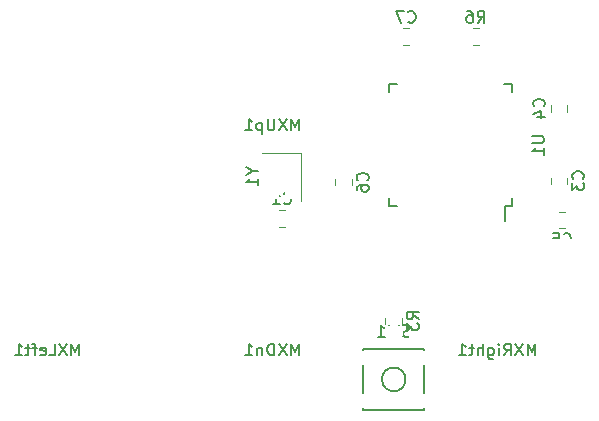
<source format=gbo>
G04 #@! TF.GenerationSoftware,KiCad,Pcbnew,(5.1.5)-3*
G04 #@! TF.CreationDate,2020-03-25T17:20:55+01:00*
G04 #@! TF.ProjectId,4Keys,344b6579-732e-46b6-9963-61645f706362,rev?*
G04 #@! TF.SameCoordinates,Original*
G04 #@! TF.FileFunction,Legend,Bot*
G04 #@! TF.FilePolarity,Positive*
%FSLAX46Y46*%
G04 Gerber Fmt 4.6, Leading zero omitted, Abs format (unit mm)*
G04 Created by KiCad (PCBNEW (5.1.5)-3) date 2020-03-25 17:20:55*
%MOMM*%
%LPD*%
G04 APERTURE LIST*
%ADD10C,0.120000*%
%ADD11C,0.150000*%
%ADD12O,1.802000X2.052000*%
%ADD13C,0.100000*%
%ADD14R,2.652000X2.602000*%
%ADD15C,1.852000*%
%ADD16C,3.102000*%
%ADD17C,4.089800*%
%ADD18R,1.302000X1.502000*%
%ADD19C,0.752000*%
%ADD20O,1.102000X2.202000*%
%ADD21O,1.102000X1.702000*%
%ADD22R,1.602000X0.652000*%
%ADD23R,0.652000X1.602000*%
%ADD24R,1.902000X1.202000*%
G04 APERTURE END LIST*
D10*
X188181250Y-53868750D02*
X188181250Y-57868750D01*
X184881250Y-53868750D02*
X188181250Y-53868750D01*
D11*
X205418750Y-58356250D02*
X205418750Y-59631250D01*
X205993750Y-48006250D02*
X205993750Y-48681250D01*
X195643750Y-48006250D02*
X195643750Y-48681250D01*
X195643750Y-58356250D02*
X195643750Y-57681250D01*
X205993750Y-58356250D02*
X205993750Y-57681250D01*
X195643750Y-58356250D02*
X196318750Y-58356250D01*
X195643750Y-48006250D02*
X196318750Y-48006250D01*
X205993750Y-48006250D02*
X205318750Y-48006250D01*
X205993750Y-58356250D02*
X205418750Y-58356250D01*
X193400000Y-75600000D02*
X198600000Y-75600000D01*
X198600000Y-75600000D02*
X198600000Y-70400000D01*
X198600000Y-70400000D02*
X193400000Y-70400000D01*
X193400000Y-70400000D02*
X193400000Y-75600000D01*
X197000000Y-73000000D02*
G75*
G03X197000000Y-73000000I-1000000J0D01*
G01*
D10*
X203196078Y-44710000D02*
X202678922Y-44710000D01*
X203196078Y-43290000D02*
X202678922Y-43290000D01*
X195290000Y-68321078D02*
X195290000Y-67803922D01*
X196710000Y-68321078D02*
X196710000Y-67803922D01*
X197321078Y-44710000D02*
X196803922Y-44710000D01*
X197321078Y-43290000D02*
X196803922Y-43290000D01*
X191060000Y-56568078D02*
X191060000Y-56050922D01*
X192480000Y-56568078D02*
X192480000Y-56050922D01*
X209958922Y-58800000D02*
X210476078Y-58800000D01*
X209958922Y-60220000D02*
X210476078Y-60220000D01*
X210710000Y-49803922D02*
X210710000Y-50321078D01*
X209290000Y-49803922D02*
X209290000Y-50321078D01*
X209290000Y-56441078D02*
X209290000Y-55923922D01*
X210710000Y-56441078D02*
X210710000Y-55923922D01*
X186806078Y-60080000D02*
X186288922Y-60080000D01*
X186806078Y-58660000D02*
X186288922Y-58660000D01*
D11*
X187999404Y-51919130D02*
X187999404Y-50919130D01*
X187666071Y-51633416D01*
X187332738Y-50919130D01*
X187332738Y-51919130D01*
X186951785Y-50919130D02*
X186285119Y-51919130D01*
X186285119Y-50919130D02*
X186951785Y-51919130D01*
X185904166Y-50919130D02*
X185904166Y-51728654D01*
X185856547Y-51823892D01*
X185808928Y-51871511D01*
X185713690Y-51919130D01*
X185523214Y-51919130D01*
X185427976Y-51871511D01*
X185380357Y-51823892D01*
X185332738Y-51728654D01*
X185332738Y-50919130D01*
X184856547Y-51252464D02*
X184856547Y-52252464D01*
X184856547Y-51300083D02*
X184761309Y-51252464D01*
X184570833Y-51252464D01*
X184475595Y-51300083D01*
X184427976Y-51347702D01*
X184380357Y-51442940D01*
X184380357Y-51728654D01*
X184427976Y-51823892D01*
X184475595Y-51871511D01*
X184570833Y-51919130D01*
X184761309Y-51919130D01*
X184856547Y-51871511D01*
X183427976Y-51919130D02*
X183999404Y-51919130D01*
X183713690Y-51919130D02*
X183713690Y-50919130D01*
X183808928Y-51061988D01*
X183904166Y-51157226D01*
X183999404Y-51204845D01*
X208001785Y-70969130D02*
X208001785Y-69969130D01*
X207668452Y-70683416D01*
X207335119Y-69969130D01*
X207335119Y-70969130D01*
X206954166Y-69969130D02*
X206287500Y-70969130D01*
X206287500Y-69969130D02*
X206954166Y-70969130D01*
X205335119Y-70969130D02*
X205668452Y-70492940D01*
X205906547Y-70969130D02*
X205906547Y-69969130D01*
X205525595Y-69969130D01*
X205430357Y-70016750D01*
X205382738Y-70064369D01*
X205335119Y-70159607D01*
X205335119Y-70302464D01*
X205382738Y-70397702D01*
X205430357Y-70445321D01*
X205525595Y-70492940D01*
X205906547Y-70492940D01*
X204906547Y-70969130D02*
X204906547Y-70302464D01*
X204906547Y-69969130D02*
X204954166Y-70016750D01*
X204906547Y-70064369D01*
X204858928Y-70016750D01*
X204906547Y-69969130D01*
X204906547Y-70064369D01*
X204001785Y-70302464D02*
X204001785Y-71111988D01*
X204049404Y-71207226D01*
X204097023Y-71254845D01*
X204192261Y-71302464D01*
X204335119Y-71302464D01*
X204430357Y-71254845D01*
X204001785Y-70921511D02*
X204097023Y-70969130D01*
X204287500Y-70969130D01*
X204382738Y-70921511D01*
X204430357Y-70873892D01*
X204477976Y-70778654D01*
X204477976Y-70492940D01*
X204430357Y-70397702D01*
X204382738Y-70350083D01*
X204287500Y-70302464D01*
X204097023Y-70302464D01*
X204001785Y-70350083D01*
X203525595Y-70969130D02*
X203525595Y-69969130D01*
X203097023Y-70969130D02*
X203097023Y-70445321D01*
X203144642Y-70350083D01*
X203239880Y-70302464D01*
X203382738Y-70302464D01*
X203477976Y-70350083D01*
X203525595Y-70397702D01*
X202763690Y-70302464D02*
X202382738Y-70302464D01*
X202620833Y-69969130D02*
X202620833Y-70826273D01*
X202573214Y-70921511D01*
X202477976Y-70969130D01*
X202382738Y-70969130D01*
X201525595Y-70969130D02*
X202097023Y-70969130D01*
X201811309Y-70969130D02*
X201811309Y-69969130D01*
X201906547Y-70111988D01*
X202001785Y-70207226D01*
X202097023Y-70254845D01*
X169377976Y-70969130D02*
X169377976Y-69969130D01*
X169044642Y-70683416D01*
X168711309Y-69969130D01*
X168711309Y-70969130D01*
X168330357Y-69969130D02*
X167663690Y-70969130D01*
X167663690Y-69969130D02*
X168330357Y-70969130D01*
X166806547Y-70969130D02*
X167282738Y-70969130D01*
X167282738Y-69969130D01*
X166092261Y-70921511D02*
X166187500Y-70969130D01*
X166377976Y-70969130D01*
X166473214Y-70921511D01*
X166520833Y-70826273D01*
X166520833Y-70445321D01*
X166473214Y-70350083D01*
X166377976Y-70302464D01*
X166187500Y-70302464D01*
X166092261Y-70350083D01*
X166044642Y-70445321D01*
X166044642Y-70540559D01*
X166520833Y-70635797D01*
X165758928Y-70302464D02*
X165377976Y-70302464D01*
X165616071Y-70969130D02*
X165616071Y-70111988D01*
X165568452Y-70016750D01*
X165473214Y-69969130D01*
X165377976Y-69969130D01*
X165187500Y-70302464D02*
X164806547Y-70302464D01*
X165044642Y-69969130D02*
X165044642Y-70826273D01*
X164997023Y-70921511D01*
X164901785Y-70969130D01*
X164806547Y-70969130D01*
X163949404Y-70969130D02*
X164520833Y-70969130D01*
X164235119Y-70969130D02*
X164235119Y-69969130D01*
X164330357Y-70111988D01*
X164425595Y-70207226D01*
X164520833Y-70254845D01*
X187975595Y-70969130D02*
X187975595Y-69969130D01*
X187642261Y-70683416D01*
X187308928Y-69969130D01*
X187308928Y-70969130D01*
X186927976Y-69969130D02*
X186261309Y-70969130D01*
X186261309Y-69969130D02*
X186927976Y-70969130D01*
X185880357Y-70969130D02*
X185880357Y-69969130D01*
X185642261Y-69969130D01*
X185499404Y-70016750D01*
X185404166Y-70111988D01*
X185356547Y-70207226D01*
X185308928Y-70397702D01*
X185308928Y-70540559D01*
X185356547Y-70731035D01*
X185404166Y-70826273D01*
X185499404Y-70921511D01*
X185642261Y-70969130D01*
X185880357Y-70969130D01*
X184880357Y-70302464D02*
X184880357Y-70969130D01*
X184880357Y-70397702D02*
X184832738Y-70350083D01*
X184737500Y-70302464D01*
X184594642Y-70302464D01*
X184499404Y-70350083D01*
X184451785Y-70445321D01*
X184451785Y-70969130D01*
X183451785Y-70969130D02*
X184023214Y-70969130D01*
X183737500Y-70969130D02*
X183737500Y-69969130D01*
X183832738Y-70111988D01*
X183927976Y-70207226D01*
X184023214Y-70254845D01*
X184057440Y-55392559D02*
X184533630Y-55392559D01*
X183533630Y-55059226D02*
X184057440Y-55392559D01*
X183533630Y-55725892D01*
X184533630Y-56583035D02*
X184533630Y-56011607D01*
X184533630Y-56297321D02*
X183533630Y-56297321D01*
X183676488Y-56202083D01*
X183771726Y-56106845D01*
X183819345Y-56011607D01*
X207721130Y-52419345D02*
X208530654Y-52419345D01*
X208625892Y-52466964D01*
X208673511Y-52514583D01*
X208721130Y-52609821D01*
X208721130Y-52800297D01*
X208673511Y-52895535D01*
X208625892Y-52943154D01*
X208530654Y-52990773D01*
X207721130Y-52990773D01*
X208721130Y-53990773D02*
X208721130Y-53419345D01*
X208721130Y-53705059D02*
X207721130Y-53705059D01*
X207863988Y-53609821D01*
X207959226Y-53514583D01*
X208006845Y-53419345D01*
X197333333Y-69340761D02*
X197190476Y-69388380D01*
X196952380Y-69388380D01*
X196857142Y-69340761D01*
X196809523Y-69293142D01*
X196761904Y-69197904D01*
X196761904Y-69102666D01*
X196809523Y-69007428D01*
X196857142Y-68959809D01*
X196952380Y-68912190D01*
X197142857Y-68864571D01*
X197238095Y-68816952D01*
X197285714Y-68769333D01*
X197333333Y-68674095D01*
X197333333Y-68578857D01*
X197285714Y-68483619D01*
X197238095Y-68436000D01*
X197142857Y-68388380D01*
X196904761Y-68388380D01*
X196761904Y-68436000D01*
X196428571Y-68388380D02*
X196190476Y-69388380D01*
X196000000Y-68674095D01*
X195809523Y-69388380D01*
X195571428Y-68388380D01*
X194666666Y-69388380D02*
X195238095Y-69388380D01*
X194952380Y-69388380D02*
X194952380Y-68388380D01*
X195047619Y-68531238D01*
X195142857Y-68626476D01*
X195238095Y-68674095D01*
X203104166Y-42802380D02*
X203437500Y-42326190D01*
X203675595Y-42802380D02*
X203675595Y-41802380D01*
X203294642Y-41802380D01*
X203199404Y-41850000D01*
X203151785Y-41897619D01*
X203104166Y-41992857D01*
X203104166Y-42135714D01*
X203151785Y-42230952D01*
X203199404Y-42278571D01*
X203294642Y-42326190D01*
X203675595Y-42326190D01*
X202247023Y-41802380D02*
X202437500Y-41802380D01*
X202532738Y-41850000D01*
X202580357Y-41897619D01*
X202675595Y-42040476D01*
X202723214Y-42230952D01*
X202723214Y-42611904D01*
X202675595Y-42707142D01*
X202627976Y-42754761D01*
X202532738Y-42802380D01*
X202342261Y-42802380D01*
X202247023Y-42754761D01*
X202199404Y-42707142D01*
X202151785Y-42611904D01*
X202151785Y-42373809D01*
X202199404Y-42278571D01*
X202247023Y-42230952D01*
X202342261Y-42183333D01*
X202532738Y-42183333D01*
X202627976Y-42230952D01*
X202675595Y-42278571D01*
X202723214Y-42373809D01*
X198102380Y-67895833D02*
X197626190Y-67562500D01*
X198102380Y-67324404D02*
X197102380Y-67324404D01*
X197102380Y-67705357D01*
X197150000Y-67800595D01*
X197197619Y-67848214D01*
X197292857Y-67895833D01*
X197435714Y-67895833D01*
X197530952Y-67848214D01*
X197578571Y-67800595D01*
X197626190Y-67705357D01*
X197626190Y-67324404D01*
X197102380Y-68229166D02*
X197102380Y-68848214D01*
X197483333Y-68514880D01*
X197483333Y-68657738D01*
X197530952Y-68752976D01*
X197578571Y-68800595D01*
X197673809Y-68848214D01*
X197911904Y-68848214D01*
X198007142Y-68800595D01*
X198054761Y-68752976D01*
X198102380Y-68657738D01*
X198102380Y-68372023D01*
X198054761Y-68276785D01*
X198007142Y-68229166D01*
X197229166Y-42707142D02*
X197276785Y-42754761D01*
X197419642Y-42802380D01*
X197514880Y-42802380D01*
X197657738Y-42754761D01*
X197752976Y-42659523D01*
X197800595Y-42564285D01*
X197848214Y-42373809D01*
X197848214Y-42230952D01*
X197800595Y-42040476D01*
X197752976Y-41945238D01*
X197657738Y-41850000D01*
X197514880Y-41802380D01*
X197419642Y-41802380D01*
X197276785Y-41850000D01*
X197229166Y-41897619D01*
X196895833Y-41802380D02*
X196229166Y-41802380D01*
X196657738Y-42802380D01*
X193777142Y-56142833D02*
X193824761Y-56095214D01*
X193872380Y-55952357D01*
X193872380Y-55857119D01*
X193824761Y-55714261D01*
X193729523Y-55619023D01*
X193634285Y-55571404D01*
X193443809Y-55523785D01*
X193300952Y-55523785D01*
X193110476Y-55571404D01*
X193015238Y-55619023D01*
X192920000Y-55714261D01*
X192872380Y-55857119D01*
X192872380Y-55952357D01*
X192920000Y-56095214D01*
X192967619Y-56142833D01*
X192872380Y-56999976D02*
X192872380Y-56809500D01*
X192920000Y-56714261D01*
X192967619Y-56666642D01*
X193110476Y-56571404D01*
X193300952Y-56523785D01*
X193681904Y-56523785D01*
X193777142Y-56571404D01*
X193824761Y-56619023D01*
X193872380Y-56714261D01*
X193872380Y-56904738D01*
X193824761Y-56999976D01*
X193777142Y-57047595D01*
X193681904Y-57095214D01*
X193443809Y-57095214D01*
X193348571Y-57047595D01*
X193300952Y-56999976D01*
X193253333Y-56904738D01*
X193253333Y-56714261D01*
X193300952Y-56619023D01*
X193348571Y-56571404D01*
X193443809Y-56523785D01*
X210384166Y-61517142D02*
X210431785Y-61564761D01*
X210574642Y-61612380D01*
X210669880Y-61612380D01*
X210812738Y-61564761D01*
X210907976Y-61469523D01*
X210955595Y-61374285D01*
X211003214Y-61183809D01*
X211003214Y-61040952D01*
X210955595Y-60850476D01*
X210907976Y-60755238D01*
X210812738Y-60660000D01*
X210669880Y-60612380D01*
X210574642Y-60612380D01*
X210431785Y-60660000D01*
X210384166Y-60707619D01*
X209479404Y-60612380D02*
X209955595Y-60612380D01*
X210003214Y-61088571D01*
X209955595Y-61040952D01*
X209860357Y-60993333D01*
X209622261Y-60993333D01*
X209527023Y-61040952D01*
X209479404Y-61088571D01*
X209431785Y-61183809D01*
X209431785Y-61421904D01*
X209479404Y-61517142D01*
X209527023Y-61564761D01*
X209622261Y-61612380D01*
X209860357Y-61612380D01*
X209955595Y-61564761D01*
X210003214Y-61517142D01*
X208707142Y-49895833D02*
X208754761Y-49848214D01*
X208802380Y-49705357D01*
X208802380Y-49610119D01*
X208754761Y-49467261D01*
X208659523Y-49372023D01*
X208564285Y-49324404D01*
X208373809Y-49276785D01*
X208230952Y-49276785D01*
X208040476Y-49324404D01*
X207945238Y-49372023D01*
X207850000Y-49467261D01*
X207802380Y-49610119D01*
X207802380Y-49705357D01*
X207850000Y-49848214D01*
X207897619Y-49895833D01*
X208135714Y-50752976D02*
X208802380Y-50752976D01*
X207754761Y-50514880D02*
X208469047Y-50276785D01*
X208469047Y-50895833D01*
X212007142Y-56015833D02*
X212054761Y-55968214D01*
X212102380Y-55825357D01*
X212102380Y-55730119D01*
X212054761Y-55587261D01*
X211959523Y-55492023D01*
X211864285Y-55444404D01*
X211673809Y-55396785D01*
X211530952Y-55396785D01*
X211340476Y-55444404D01*
X211245238Y-55492023D01*
X211150000Y-55587261D01*
X211102380Y-55730119D01*
X211102380Y-55825357D01*
X211150000Y-55968214D01*
X211197619Y-56015833D01*
X211102380Y-56349166D02*
X211102380Y-56968214D01*
X211483333Y-56634880D01*
X211483333Y-56777738D01*
X211530952Y-56872976D01*
X211578571Y-56920595D01*
X211673809Y-56968214D01*
X211911904Y-56968214D01*
X212007142Y-56920595D01*
X212054761Y-56872976D01*
X212102380Y-56777738D01*
X212102380Y-56492023D01*
X212054761Y-56396785D01*
X212007142Y-56349166D01*
X186714166Y-58077142D02*
X186761785Y-58124761D01*
X186904642Y-58172380D01*
X186999880Y-58172380D01*
X187142738Y-58124761D01*
X187237976Y-58029523D01*
X187285595Y-57934285D01*
X187333214Y-57743809D01*
X187333214Y-57600952D01*
X187285595Y-57410476D01*
X187237976Y-57315238D01*
X187142738Y-57220000D01*
X186999880Y-57172380D01*
X186904642Y-57172380D01*
X186761785Y-57220000D01*
X186714166Y-57267619D01*
X185761785Y-58172380D02*
X186333214Y-58172380D01*
X186047500Y-58172380D02*
X186047500Y-57172380D01*
X186142738Y-57315238D01*
X186237976Y-57410476D01*
X186333214Y-57458095D01*
%LPC*%
D12*
X235084000Y-74560000D03*
X232584000Y-74560000D03*
X230084000Y-74560000D03*
D13*
G36*
X228245975Y-73535276D02*
G01*
X228271699Y-73539092D01*
X228296925Y-73545411D01*
X228321411Y-73554172D01*
X228344920Y-73565291D01*
X228367226Y-73578661D01*
X228388114Y-73594152D01*
X228407383Y-73611617D01*
X228424848Y-73630886D01*
X228440339Y-73651774D01*
X228453709Y-73674080D01*
X228464828Y-73697589D01*
X228473589Y-73722075D01*
X228479908Y-73747301D01*
X228483724Y-73773025D01*
X228485000Y-73799000D01*
X228485000Y-75321000D01*
X228483724Y-75346975D01*
X228479908Y-75372699D01*
X228473589Y-75397925D01*
X228464828Y-75422411D01*
X228453709Y-75445920D01*
X228440339Y-75468226D01*
X228424848Y-75489114D01*
X228407383Y-75508383D01*
X228388114Y-75525848D01*
X228367226Y-75541339D01*
X228344920Y-75554709D01*
X228321411Y-75565828D01*
X228296925Y-75574589D01*
X228271699Y-75580908D01*
X228245975Y-75584724D01*
X228220000Y-75586000D01*
X226948000Y-75586000D01*
X226922025Y-75584724D01*
X226896301Y-75580908D01*
X226871075Y-75574589D01*
X226846589Y-75565828D01*
X226823080Y-75554709D01*
X226800774Y-75541339D01*
X226779886Y-75525848D01*
X226760617Y-75508383D01*
X226743152Y-75489114D01*
X226727661Y-75468226D01*
X226714291Y-75445920D01*
X226703172Y-75422411D01*
X226694411Y-75397925D01*
X226688092Y-75372699D01*
X226684276Y-75346975D01*
X226683000Y-75321000D01*
X226683000Y-73799000D01*
X226684276Y-73773025D01*
X226688092Y-73747301D01*
X226694411Y-73722075D01*
X226703172Y-73697589D01*
X226714291Y-73674080D01*
X226727661Y-73651774D01*
X226743152Y-73630886D01*
X226760617Y-73611617D01*
X226779886Y-73594152D01*
X226800774Y-73578661D01*
X226823080Y-73565291D01*
X226846589Y-73554172D01*
X226871075Y-73545411D01*
X226896301Y-73539092D01*
X226922025Y-73535276D01*
X226948000Y-73534000D01*
X228220000Y-73534000D01*
X228245975Y-73535276D01*
G37*
D14*
X191579500Y-43338750D03*
X178652500Y-45878750D03*
D15*
X190817500Y-48418750D03*
X180657500Y-48418750D03*
D16*
X181927500Y-45878750D03*
D17*
X185737500Y-48418750D03*
D16*
X188277500Y-43338750D03*
D14*
X210629500Y-62388750D03*
X197702500Y-64928750D03*
D15*
X209867500Y-67468750D03*
X199707500Y-67468750D03*
D16*
X200977500Y-64928750D03*
D17*
X204787500Y-67468750D03*
D16*
X207327500Y-62388750D03*
D14*
X172529500Y-62388750D03*
X159602500Y-64928750D03*
D15*
X171767500Y-67468750D03*
X161607500Y-67468750D03*
D16*
X162877500Y-64928750D03*
D17*
X166687500Y-67468750D03*
D16*
X169227500Y-62388750D03*
D14*
X191579500Y-62388750D03*
X178652500Y-64928750D03*
D15*
X190817500Y-67468750D03*
X180657500Y-67468750D03*
D16*
X181927500Y-64928750D03*
D17*
X185737500Y-67468750D03*
D16*
X188277500Y-62388750D03*
D18*
X185681250Y-54768750D03*
X185681250Y-56968750D03*
X187381250Y-56968750D03*
X187381250Y-54768750D03*
D19*
X182847500Y-31650000D03*
X188627500Y-31650000D03*
D20*
X190057500Y-32180000D03*
X181417500Y-32180000D03*
D21*
X190057500Y-28000000D03*
X181417500Y-28000000D03*
D22*
X206518750Y-57181250D03*
X206518750Y-56381250D03*
X206518750Y-55581250D03*
X206518750Y-54781250D03*
X206518750Y-53981250D03*
X206518750Y-53181250D03*
X206518750Y-52381250D03*
X206518750Y-51581250D03*
X206518750Y-50781250D03*
X206518750Y-49981250D03*
X206518750Y-49181250D03*
D23*
X204818750Y-47481250D03*
X204018750Y-47481250D03*
X203218750Y-47481250D03*
X202418750Y-47481250D03*
X201618750Y-47481250D03*
X200818750Y-47481250D03*
X200018750Y-47481250D03*
X199218750Y-47481250D03*
X198418750Y-47481250D03*
X197618750Y-47481250D03*
X196818750Y-47481250D03*
D22*
X195118750Y-49181250D03*
X195118750Y-49981250D03*
X195118750Y-50781250D03*
X195118750Y-51581250D03*
X195118750Y-52381250D03*
X195118750Y-53181250D03*
X195118750Y-53981250D03*
X195118750Y-54781250D03*
X195118750Y-55581250D03*
X195118750Y-56381250D03*
X195118750Y-57181250D03*
D23*
X196818750Y-58881250D03*
X197618750Y-58881250D03*
X198418750Y-58881250D03*
X199218750Y-58881250D03*
X200018750Y-58881250D03*
X200818750Y-58881250D03*
X201618750Y-58881250D03*
X202418750Y-58881250D03*
X203218750Y-58881250D03*
X204018750Y-58881250D03*
X204818750Y-58881250D03*
D24*
X192900000Y-71150000D03*
X199100000Y-74850000D03*
X192900000Y-74850000D03*
X199100000Y-71150000D03*
D13*
G36*
X202295641Y-43250297D02*
G01*
X202321778Y-43254174D01*
X202347409Y-43260594D01*
X202372288Y-43269495D01*
X202396174Y-43280793D01*
X202418837Y-43294377D01*
X202440060Y-43310117D01*
X202459639Y-43327861D01*
X202477383Y-43347440D01*
X202493123Y-43368663D01*
X202506707Y-43391326D01*
X202518005Y-43415212D01*
X202526906Y-43440091D01*
X202533326Y-43465722D01*
X202537203Y-43491859D01*
X202538500Y-43518250D01*
X202538500Y-44481750D01*
X202537203Y-44508141D01*
X202533326Y-44534278D01*
X202526906Y-44559909D01*
X202518005Y-44584788D01*
X202506707Y-44608674D01*
X202493123Y-44631337D01*
X202477383Y-44652560D01*
X202459639Y-44672139D01*
X202440060Y-44689883D01*
X202418837Y-44705623D01*
X202396174Y-44719207D01*
X202372288Y-44730505D01*
X202347409Y-44739406D01*
X202321778Y-44745826D01*
X202295641Y-44749703D01*
X202269250Y-44751000D01*
X201730750Y-44751000D01*
X201704359Y-44749703D01*
X201678222Y-44745826D01*
X201652591Y-44739406D01*
X201627712Y-44730505D01*
X201603826Y-44719207D01*
X201581163Y-44705623D01*
X201559940Y-44689883D01*
X201540361Y-44672139D01*
X201522617Y-44652560D01*
X201506877Y-44631337D01*
X201493293Y-44608674D01*
X201481995Y-44584788D01*
X201473094Y-44559909D01*
X201466674Y-44534278D01*
X201462797Y-44508141D01*
X201461500Y-44481750D01*
X201461500Y-43518250D01*
X201462797Y-43491859D01*
X201466674Y-43465722D01*
X201473094Y-43440091D01*
X201481995Y-43415212D01*
X201493293Y-43391326D01*
X201506877Y-43368663D01*
X201522617Y-43347440D01*
X201540361Y-43327861D01*
X201559940Y-43310117D01*
X201581163Y-43294377D01*
X201603826Y-43280793D01*
X201627712Y-43269495D01*
X201652591Y-43260594D01*
X201678222Y-43254174D01*
X201704359Y-43250297D01*
X201730750Y-43249000D01*
X202269250Y-43249000D01*
X202295641Y-43250297D01*
G37*
G36*
X204170641Y-43250297D02*
G01*
X204196778Y-43254174D01*
X204222409Y-43260594D01*
X204247288Y-43269495D01*
X204271174Y-43280793D01*
X204293837Y-43294377D01*
X204315060Y-43310117D01*
X204334639Y-43327861D01*
X204352383Y-43347440D01*
X204368123Y-43368663D01*
X204381707Y-43391326D01*
X204393005Y-43415212D01*
X204401906Y-43440091D01*
X204408326Y-43465722D01*
X204412203Y-43491859D01*
X204413500Y-43518250D01*
X204413500Y-44481750D01*
X204412203Y-44508141D01*
X204408326Y-44534278D01*
X204401906Y-44559909D01*
X204393005Y-44584788D01*
X204381707Y-44608674D01*
X204368123Y-44631337D01*
X204352383Y-44652560D01*
X204334639Y-44672139D01*
X204315060Y-44689883D01*
X204293837Y-44705623D01*
X204271174Y-44719207D01*
X204247288Y-44730505D01*
X204222409Y-44739406D01*
X204196778Y-44745826D01*
X204170641Y-44749703D01*
X204144250Y-44751000D01*
X203605750Y-44751000D01*
X203579359Y-44749703D01*
X203553222Y-44745826D01*
X203527591Y-44739406D01*
X203502712Y-44730505D01*
X203478826Y-44719207D01*
X203456163Y-44705623D01*
X203434940Y-44689883D01*
X203415361Y-44672139D01*
X203397617Y-44652560D01*
X203381877Y-44631337D01*
X203368293Y-44608674D01*
X203356995Y-44584788D01*
X203348094Y-44559909D01*
X203341674Y-44534278D01*
X203337797Y-44508141D01*
X203336500Y-44481750D01*
X203336500Y-43518250D01*
X203337797Y-43491859D01*
X203341674Y-43465722D01*
X203348094Y-43440091D01*
X203356995Y-43415212D01*
X203368293Y-43391326D01*
X203381877Y-43368663D01*
X203397617Y-43347440D01*
X203415361Y-43327861D01*
X203434940Y-43310117D01*
X203456163Y-43294377D01*
X203478826Y-43280793D01*
X203502712Y-43269495D01*
X203527591Y-43260594D01*
X203553222Y-43254174D01*
X203579359Y-43250297D01*
X203605750Y-43249000D01*
X204144250Y-43249000D01*
X204170641Y-43250297D01*
G37*
G36*
X196508141Y-66587797D02*
G01*
X196534278Y-66591674D01*
X196559909Y-66598094D01*
X196584788Y-66606995D01*
X196608674Y-66618293D01*
X196631337Y-66631877D01*
X196652560Y-66647617D01*
X196672139Y-66665361D01*
X196689883Y-66684940D01*
X196705623Y-66706163D01*
X196719207Y-66728826D01*
X196730505Y-66752712D01*
X196739406Y-66777591D01*
X196745826Y-66803222D01*
X196749703Y-66829359D01*
X196751000Y-66855750D01*
X196751000Y-67394250D01*
X196749703Y-67420641D01*
X196745826Y-67446778D01*
X196739406Y-67472409D01*
X196730505Y-67497288D01*
X196719207Y-67521174D01*
X196705623Y-67543837D01*
X196689883Y-67565060D01*
X196672139Y-67584639D01*
X196652560Y-67602383D01*
X196631337Y-67618123D01*
X196608674Y-67631707D01*
X196584788Y-67643005D01*
X196559909Y-67651906D01*
X196534278Y-67658326D01*
X196508141Y-67662203D01*
X196481750Y-67663500D01*
X195518250Y-67663500D01*
X195491859Y-67662203D01*
X195465722Y-67658326D01*
X195440091Y-67651906D01*
X195415212Y-67643005D01*
X195391326Y-67631707D01*
X195368663Y-67618123D01*
X195347440Y-67602383D01*
X195327861Y-67584639D01*
X195310117Y-67565060D01*
X195294377Y-67543837D01*
X195280793Y-67521174D01*
X195269495Y-67497288D01*
X195260594Y-67472409D01*
X195254174Y-67446778D01*
X195250297Y-67420641D01*
X195249000Y-67394250D01*
X195249000Y-66855750D01*
X195250297Y-66829359D01*
X195254174Y-66803222D01*
X195260594Y-66777591D01*
X195269495Y-66752712D01*
X195280793Y-66728826D01*
X195294377Y-66706163D01*
X195310117Y-66684940D01*
X195327861Y-66665361D01*
X195347440Y-66647617D01*
X195368663Y-66631877D01*
X195391326Y-66618293D01*
X195415212Y-66606995D01*
X195440091Y-66598094D01*
X195465722Y-66591674D01*
X195491859Y-66587797D01*
X195518250Y-66586500D01*
X196481750Y-66586500D01*
X196508141Y-66587797D01*
G37*
G36*
X196508141Y-68462797D02*
G01*
X196534278Y-68466674D01*
X196559909Y-68473094D01*
X196584788Y-68481995D01*
X196608674Y-68493293D01*
X196631337Y-68506877D01*
X196652560Y-68522617D01*
X196672139Y-68540361D01*
X196689883Y-68559940D01*
X196705623Y-68581163D01*
X196719207Y-68603826D01*
X196730505Y-68627712D01*
X196739406Y-68652591D01*
X196745826Y-68678222D01*
X196749703Y-68704359D01*
X196751000Y-68730750D01*
X196751000Y-69269250D01*
X196749703Y-69295641D01*
X196745826Y-69321778D01*
X196739406Y-69347409D01*
X196730505Y-69372288D01*
X196719207Y-69396174D01*
X196705623Y-69418837D01*
X196689883Y-69440060D01*
X196672139Y-69459639D01*
X196652560Y-69477383D01*
X196631337Y-69493123D01*
X196608674Y-69506707D01*
X196584788Y-69518005D01*
X196559909Y-69526906D01*
X196534278Y-69533326D01*
X196508141Y-69537203D01*
X196481750Y-69538500D01*
X195518250Y-69538500D01*
X195491859Y-69537203D01*
X195465722Y-69533326D01*
X195440091Y-69526906D01*
X195415212Y-69518005D01*
X195391326Y-69506707D01*
X195368663Y-69493123D01*
X195347440Y-69477383D01*
X195327861Y-69459639D01*
X195310117Y-69440060D01*
X195294377Y-69418837D01*
X195280793Y-69396174D01*
X195269495Y-69372288D01*
X195260594Y-69347409D01*
X195254174Y-69321778D01*
X195250297Y-69295641D01*
X195249000Y-69269250D01*
X195249000Y-68730750D01*
X195250297Y-68704359D01*
X195254174Y-68678222D01*
X195260594Y-68652591D01*
X195269495Y-68627712D01*
X195280793Y-68603826D01*
X195294377Y-68581163D01*
X195310117Y-68559940D01*
X195327861Y-68540361D01*
X195347440Y-68522617D01*
X195368663Y-68506877D01*
X195391326Y-68493293D01*
X195415212Y-68481995D01*
X195440091Y-68473094D01*
X195465722Y-68466674D01*
X195491859Y-68462797D01*
X195518250Y-68461500D01*
X196481750Y-68461500D01*
X196508141Y-68462797D01*
G37*
D12*
X144152000Y-74612500D03*
X141652000Y-74612500D03*
X139152000Y-74612500D03*
D13*
G36*
X137313975Y-73587776D02*
G01*
X137339699Y-73591592D01*
X137364925Y-73597911D01*
X137389411Y-73606672D01*
X137412920Y-73617791D01*
X137435226Y-73631161D01*
X137456114Y-73646652D01*
X137475383Y-73664117D01*
X137492848Y-73683386D01*
X137508339Y-73704274D01*
X137521709Y-73726580D01*
X137532828Y-73750089D01*
X137541589Y-73774575D01*
X137547908Y-73799801D01*
X137551724Y-73825525D01*
X137553000Y-73851500D01*
X137553000Y-75373500D01*
X137551724Y-75399475D01*
X137547908Y-75425199D01*
X137541589Y-75450425D01*
X137532828Y-75474911D01*
X137521709Y-75498420D01*
X137508339Y-75520726D01*
X137492848Y-75541614D01*
X137475383Y-75560883D01*
X137456114Y-75578348D01*
X137435226Y-75593839D01*
X137412920Y-75607209D01*
X137389411Y-75618328D01*
X137364925Y-75627089D01*
X137339699Y-75633408D01*
X137313975Y-75637224D01*
X137288000Y-75638500D01*
X136016000Y-75638500D01*
X135990025Y-75637224D01*
X135964301Y-75633408D01*
X135939075Y-75627089D01*
X135914589Y-75618328D01*
X135891080Y-75607209D01*
X135868774Y-75593839D01*
X135847886Y-75578348D01*
X135828617Y-75560883D01*
X135811152Y-75541614D01*
X135795661Y-75520726D01*
X135782291Y-75498420D01*
X135771172Y-75474911D01*
X135762411Y-75450425D01*
X135756092Y-75425199D01*
X135752276Y-75399475D01*
X135751000Y-75373500D01*
X135751000Y-73851500D01*
X135752276Y-73825525D01*
X135756092Y-73799801D01*
X135762411Y-73774575D01*
X135771172Y-73750089D01*
X135782291Y-73726580D01*
X135795661Y-73704274D01*
X135811152Y-73683386D01*
X135828617Y-73664117D01*
X135847886Y-73646652D01*
X135868774Y-73631161D01*
X135891080Y-73617791D01*
X135914589Y-73606672D01*
X135939075Y-73597911D01*
X135964301Y-73591592D01*
X135990025Y-73587776D01*
X136016000Y-73586500D01*
X137288000Y-73586500D01*
X137313975Y-73587776D01*
G37*
G36*
X196420641Y-43250297D02*
G01*
X196446778Y-43254174D01*
X196472409Y-43260594D01*
X196497288Y-43269495D01*
X196521174Y-43280793D01*
X196543837Y-43294377D01*
X196565060Y-43310117D01*
X196584639Y-43327861D01*
X196602383Y-43347440D01*
X196618123Y-43368663D01*
X196631707Y-43391326D01*
X196643005Y-43415212D01*
X196651906Y-43440091D01*
X196658326Y-43465722D01*
X196662203Y-43491859D01*
X196663500Y-43518250D01*
X196663500Y-44481750D01*
X196662203Y-44508141D01*
X196658326Y-44534278D01*
X196651906Y-44559909D01*
X196643005Y-44584788D01*
X196631707Y-44608674D01*
X196618123Y-44631337D01*
X196602383Y-44652560D01*
X196584639Y-44672139D01*
X196565060Y-44689883D01*
X196543837Y-44705623D01*
X196521174Y-44719207D01*
X196497288Y-44730505D01*
X196472409Y-44739406D01*
X196446778Y-44745826D01*
X196420641Y-44749703D01*
X196394250Y-44751000D01*
X195855750Y-44751000D01*
X195829359Y-44749703D01*
X195803222Y-44745826D01*
X195777591Y-44739406D01*
X195752712Y-44730505D01*
X195728826Y-44719207D01*
X195706163Y-44705623D01*
X195684940Y-44689883D01*
X195665361Y-44672139D01*
X195647617Y-44652560D01*
X195631877Y-44631337D01*
X195618293Y-44608674D01*
X195606995Y-44584788D01*
X195598094Y-44559909D01*
X195591674Y-44534278D01*
X195587797Y-44508141D01*
X195586500Y-44481750D01*
X195586500Y-43518250D01*
X195587797Y-43491859D01*
X195591674Y-43465722D01*
X195598094Y-43440091D01*
X195606995Y-43415212D01*
X195618293Y-43391326D01*
X195631877Y-43368663D01*
X195647617Y-43347440D01*
X195665361Y-43327861D01*
X195684940Y-43310117D01*
X195706163Y-43294377D01*
X195728826Y-43280793D01*
X195752712Y-43269495D01*
X195777591Y-43260594D01*
X195803222Y-43254174D01*
X195829359Y-43250297D01*
X195855750Y-43249000D01*
X196394250Y-43249000D01*
X196420641Y-43250297D01*
G37*
G36*
X198295641Y-43250297D02*
G01*
X198321778Y-43254174D01*
X198347409Y-43260594D01*
X198372288Y-43269495D01*
X198396174Y-43280793D01*
X198418837Y-43294377D01*
X198440060Y-43310117D01*
X198459639Y-43327861D01*
X198477383Y-43347440D01*
X198493123Y-43368663D01*
X198506707Y-43391326D01*
X198518005Y-43415212D01*
X198526906Y-43440091D01*
X198533326Y-43465722D01*
X198537203Y-43491859D01*
X198538500Y-43518250D01*
X198538500Y-44481750D01*
X198537203Y-44508141D01*
X198533326Y-44534278D01*
X198526906Y-44559909D01*
X198518005Y-44584788D01*
X198506707Y-44608674D01*
X198493123Y-44631337D01*
X198477383Y-44652560D01*
X198459639Y-44672139D01*
X198440060Y-44689883D01*
X198418837Y-44705623D01*
X198396174Y-44719207D01*
X198372288Y-44730505D01*
X198347409Y-44739406D01*
X198321778Y-44745826D01*
X198295641Y-44749703D01*
X198269250Y-44751000D01*
X197730750Y-44751000D01*
X197704359Y-44749703D01*
X197678222Y-44745826D01*
X197652591Y-44739406D01*
X197627712Y-44730505D01*
X197603826Y-44719207D01*
X197581163Y-44705623D01*
X197559940Y-44689883D01*
X197540361Y-44672139D01*
X197522617Y-44652560D01*
X197506877Y-44631337D01*
X197493293Y-44608674D01*
X197481995Y-44584788D01*
X197473094Y-44559909D01*
X197466674Y-44534278D01*
X197462797Y-44508141D01*
X197461500Y-44481750D01*
X197461500Y-43518250D01*
X197462797Y-43491859D01*
X197466674Y-43465722D01*
X197473094Y-43440091D01*
X197481995Y-43415212D01*
X197493293Y-43391326D01*
X197506877Y-43368663D01*
X197522617Y-43347440D01*
X197540361Y-43327861D01*
X197559940Y-43310117D01*
X197581163Y-43294377D01*
X197603826Y-43280793D01*
X197627712Y-43269495D01*
X197652591Y-43260594D01*
X197678222Y-43254174D01*
X197704359Y-43250297D01*
X197730750Y-43249000D01*
X198269250Y-43249000D01*
X198295641Y-43250297D01*
G37*
G36*
X192278141Y-54834797D02*
G01*
X192304278Y-54838674D01*
X192329909Y-54845094D01*
X192354788Y-54853995D01*
X192378674Y-54865293D01*
X192401337Y-54878877D01*
X192422560Y-54894617D01*
X192442139Y-54912361D01*
X192459883Y-54931940D01*
X192475623Y-54953163D01*
X192489207Y-54975826D01*
X192500505Y-54999712D01*
X192509406Y-55024591D01*
X192515826Y-55050222D01*
X192519703Y-55076359D01*
X192521000Y-55102750D01*
X192521000Y-55641250D01*
X192519703Y-55667641D01*
X192515826Y-55693778D01*
X192509406Y-55719409D01*
X192500505Y-55744288D01*
X192489207Y-55768174D01*
X192475623Y-55790837D01*
X192459883Y-55812060D01*
X192442139Y-55831639D01*
X192422560Y-55849383D01*
X192401337Y-55865123D01*
X192378674Y-55878707D01*
X192354788Y-55890005D01*
X192329909Y-55898906D01*
X192304278Y-55905326D01*
X192278141Y-55909203D01*
X192251750Y-55910500D01*
X191288250Y-55910500D01*
X191261859Y-55909203D01*
X191235722Y-55905326D01*
X191210091Y-55898906D01*
X191185212Y-55890005D01*
X191161326Y-55878707D01*
X191138663Y-55865123D01*
X191117440Y-55849383D01*
X191097861Y-55831639D01*
X191080117Y-55812060D01*
X191064377Y-55790837D01*
X191050793Y-55768174D01*
X191039495Y-55744288D01*
X191030594Y-55719409D01*
X191024174Y-55693778D01*
X191020297Y-55667641D01*
X191019000Y-55641250D01*
X191019000Y-55102750D01*
X191020297Y-55076359D01*
X191024174Y-55050222D01*
X191030594Y-55024591D01*
X191039495Y-54999712D01*
X191050793Y-54975826D01*
X191064377Y-54953163D01*
X191080117Y-54931940D01*
X191097861Y-54912361D01*
X191117440Y-54894617D01*
X191138663Y-54878877D01*
X191161326Y-54865293D01*
X191185212Y-54853995D01*
X191210091Y-54845094D01*
X191235722Y-54838674D01*
X191261859Y-54834797D01*
X191288250Y-54833500D01*
X192251750Y-54833500D01*
X192278141Y-54834797D01*
G37*
G36*
X192278141Y-56709797D02*
G01*
X192304278Y-56713674D01*
X192329909Y-56720094D01*
X192354788Y-56728995D01*
X192378674Y-56740293D01*
X192401337Y-56753877D01*
X192422560Y-56769617D01*
X192442139Y-56787361D01*
X192459883Y-56806940D01*
X192475623Y-56828163D01*
X192489207Y-56850826D01*
X192500505Y-56874712D01*
X192509406Y-56899591D01*
X192515826Y-56925222D01*
X192519703Y-56951359D01*
X192521000Y-56977750D01*
X192521000Y-57516250D01*
X192519703Y-57542641D01*
X192515826Y-57568778D01*
X192509406Y-57594409D01*
X192500505Y-57619288D01*
X192489207Y-57643174D01*
X192475623Y-57665837D01*
X192459883Y-57687060D01*
X192442139Y-57706639D01*
X192422560Y-57724383D01*
X192401337Y-57740123D01*
X192378674Y-57753707D01*
X192354788Y-57765005D01*
X192329909Y-57773906D01*
X192304278Y-57780326D01*
X192278141Y-57784203D01*
X192251750Y-57785500D01*
X191288250Y-57785500D01*
X191261859Y-57784203D01*
X191235722Y-57780326D01*
X191210091Y-57773906D01*
X191185212Y-57765005D01*
X191161326Y-57753707D01*
X191138663Y-57740123D01*
X191117440Y-57724383D01*
X191097861Y-57706639D01*
X191080117Y-57687060D01*
X191064377Y-57665837D01*
X191050793Y-57643174D01*
X191039495Y-57619288D01*
X191030594Y-57594409D01*
X191024174Y-57568778D01*
X191020297Y-57542641D01*
X191019000Y-57516250D01*
X191019000Y-56977750D01*
X191020297Y-56951359D01*
X191024174Y-56925222D01*
X191030594Y-56899591D01*
X191039495Y-56874712D01*
X191050793Y-56850826D01*
X191064377Y-56828163D01*
X191080117Y-56806940D01*
X191097861Y-56787361D01*
X191117440Y-56769617D01*
X191138663Y-56753877D01*
X191161326Y-56740293D01*
X191185212Y-56728995D01*
X191210091Y-56720094D01*
X191235722Y-56713674D01*
X191261859Y-56709797D01*
X191288250Y-56708500D01*
X192251750Y-56708500D01*
X192278141Y-56709797D01*
G37*
G36*
X211450641Y-58760297D02*
G01*
X211476778Y-58764174D01*
X211502409Y-58770594D01*
X211527288Y-58779495D01*
X211551174Y-58790793D01*
X211573837Y-58804377D01*
X211595060Y-58820117D01*
X211614639Y-58837861D01*
X211632383Y-58857440D01*
X211648123Y-58878663D01*
X211661707Y-58901326D01*
X211673005Y-58925212D01*
X211681906Y-58950091D01*
X211688326Y-58975722D01*
X211692203Y-59001859D01*
X211693500Y-59028250D01*
X211693500Y-59991750D01*
X211692203Y-60018141D01*
X211688326Y-60044278D01*
X211681906Y-60069909D01*
X211673005Y-60094788D01*
X211661707Y-60118674D01*
X211648123Y-60141337D01*
X211632383Y-60162560D01*
X211614639Y-60182139D01*
X211595060Y-60199883D01*
X211573837Y-60215623D01*
X211551174Y-60229207D01*
X211527288Y-60240505D01*
X211502409Y-60249406D01*
X211476778Y-60255826D01*
X211450641Y-60259703D01*
X211424250Y-60261000D01*
X210885750Y-60261000D01*
X210859359Y-60259703D01*
X210833222Y-60255826D01*
X210807591Y-60249406D01*
X210782712Y-60240505D01*
X210758826Y-60229207D01*
X210736163Y-60215623D01*
X210714940Y-60199883D01*
X210695361Y-60182139D01*
X210677617Y-60162560D01*
X210661877Y-60141337D01*
X210648293Y-60118674D01*
X210636995Y-60094788D01*
X210628094Y-60069909D01*
X210621674Y-60044278D01*
X210617797Y-60018141D01*
X210616500Y-59991750D01*
X210616500Y-59028250D01*
X210617797Y-59001859D01*
X210621674Y-58975722D01*
X210628094Y-58950091D01*
X210636995Y-58925212D01*
X210648293Y-58901326D01*
X210661877Y-58878663D01*
X210677617Y-58857440D01*
X210695361Y-58837861D01*
X210714940Y-58820117D01*
X210736163Y-58804377D01*
X210758826Y-58790793D01*
X210782712Y-58779495D01*
X210807591Y-58770594D01*
X210833222Y-58764174D01*
X210859359Y-58760297D01*
X210885750Y-58759000D01*
X211424250Y-58759000D01*
X211450641Y-58760297D01*
G37*
G36*
X209575641Y-58760297D02*
G01*
X209601778Y-58764174D01*
X209627409Y-58770594D01*
X209652288Y-58779495D01*
X209676174Y-58790793D01*
X209698837Y-58804377D01*
X209720060Y-58820117D01*
X209739639Y-58837861D01*
X209757383Y-58857440D01*
X209773123Y-58878663D01*
X209786707Y-58901326D01*
X209798005Y-58925212D01*
X209806906Y-58950091D01*
X209813326Y-58975722D01*
X209817203Y-59001859D01*
X209818500Y-59028250D01*
X209818500Y-59991750D01*
X209817203Y-60018141D01*
X209813326Y-60044278D01*
X209806906Y-60069909D01*
X209798005Y-60094788D01*
X209786707Y-60118674D01*
X209773123Y-60141337D01*
X209757383Y-60162560D01*
X209739639Y-60182139D01*
X209720060Y-60199883D01*
X209698837Y-60215623D01*
X209676174Y-60229207D01*
X209652288Y-60240505D01*
X209627409Y-60249406D01*
X209601778Y-60255826D01*
X209575641Y-60259703D01*
X209549250Y-60261000D01*
X209010750Y-60261000D01*
X208984359Y-60259703D01*
X208958222Y-60255826D01*
X208932591Y-60249406D01*
X208907712Y-60240505D01*
X208883826Y-60229207D01*
X208861163Y-60215623D01*
X208839940Y-60199883D01*
X208820361Y-60182139D01*
X208802617Y-60162560D01*
X208786877Y-60141337D01*
X208773293Y-60118674D01*
X208761995Y-60094788D01*
X208753094Y-60069909D01*
X208746674Y-60044278D01*
X208742797Y-60018141D01*
X208741500Y-59991750D01*
X208741500Y-59028250D01*
X208742797Y-59001859D01*
X208746674Y-58975722D01*
X208753094Y-58950091D01*
X208761995Y-58925212D01*
X208773293Y-58901326D01*
X208786877Y-58878663D01*
X208802617Y-58857440D01*
X208820361Y-58837861D01*
X208839940Y-58820117D01*
X208861163Y-58804377D01*
X208883826Y-58790793D01*
X208907712Y-58779495D01*
X208932591Y-58770594D01*
X208958222Y-58764174D01*
X208984359Y-58760297D01*
X209010750Y-58759000D01*
X209549250Y-58759000D01*
X209575641Y-58760297D01*
G37*
G36*
X210508141Y-50462797D02*
G01*
X210534278Y-50466674D01*
X210559909Y-50473094D01*
X210584788Y-50481995D01*
X210608674Y-50493293D01*
X210631337Y-50506877D01*
X210652560Y-50522617D01*
X210672139Y-50540361D01*
X210689883Y-50559940D01*
X210705623Y-50581163D01*
X210719207Y-50603826D01*
X210730505Y-50627712D01*
X210739406Y-50652591D01*
X210745826Y-50678222D01*
X210749703Y-50704359D01*
X210751000Y-50730750D01*
X210751000Y-51269250D01*
X210749703Y-51295641D01*
X210745826Y-51321778D01*
X210739406Y-51347409D01*
X210730505Y-51372288D01*
X210719207Y-51396174D01*
X210705623Y-51418837D01*
X210689883Y-51440060D01*
X210672139Y-51459639D01*
X210652560Y-51477383D01*
X210631337Y-51493123D01*
X210608674Y-51506707D01*
X210584788Y-51518005D01*
X210559909Y-51526906D01*
X210534278Y-51533326D01*
X210508141Y-51537203D01*
X210481750Y-51538500D01*
X209518250Y-51538500D01*
X209491859Y-51537203D01*
X209465722Y-51533326D01*
X209440091Y-51526906D01*
X209415212Y-51518005D01*
X209391326Y-51506707D01*
X209368663Y-51493123D01*
X209347440Y-51477383D01*
X209327861Y-51459639D01*
X209310117Y-51440060D01*
X209294377Y-51418837D01*
X209280793Y-51396174D01*
X209269495Y-51372288D01*
X209260594Y-51347409D01*
X209254174Y-51321778D01*
X209250297Y-51295641D01*
X209249000Y-51269250D01*
X209249000Y-50730750D01*
X209250297Y-50704359D01*
X209254174Y-50678222D01*
X209260594Y-50652591D01*
X209269495Y-50627712D01*
X209280793Y-50603826D01*
X209294377Y-50581163D01*
X209310117Y-50559940D01*
X209327861Y-50540361D01*
X209347440Y-50522617D01*
X209368663Y-50506877D01*
X209391326Y-50493293D01*
X209415212Y-50481995D01*
X209440091Y-50473094D01*
X209465722Y-50466674D01*
X209491859Y-50462797D01*
X209518250Y-50461500D01*
X210481750Y-50461500D01*
X210508141Y-50462797D01*
G37*
G36*
X210508141Y-48587797D02*
G01*
X210534278Y-48591674D01*
X210559909Y-48598094D01*
X210584788Y-48606995D01*
X210608674Y-48618293D01*
X210631337Y-48631877D01*
X210652560Y-48647617D01*
X210672139Y-48665361D01*
X210689883Y-48684940D01*
X210705623Y-48706163D01*
X210719207Y-48728826D01*
X210730505Y-48752712D01*
X210739406Y-48777591D01*
X210745826Y-48803222D01*
X210749703Y-48829359D01*
X210751000Y-48855750D01*
X210751000Y-49394250D01*
X210749703Y-49420641D01*
X210745826Y-49446778D01*
X210739406Y-49472409D01*
X210730505Y-49497288D01*
X210719207Y-49521174D01*
X210705623Y-49543837D01*
X210689883Y-49565060D01*
X210672139Y-49584639D01*
X210652560Y-49602383D01*
X210631337Y-49618123D01*
X210608674Y-49631707D01*
X210584788Y-49643005D01*
X210559909Y-49651906D01*
X210534278Y-49658326D01*
X210508141Y-49662203D01*
X210481750Y-49663500D01*
X209518250Y-49663500D01*
X209491859Y-49662203D01*
X209465722Y-49658326D01*
X209440091Y-49651906D01*
X209415212Y-49643005D01*
X209391326Y-49631707D01*
X209368663Y-49618123D01*
X209347440Y-49602383D01*
X209327861Y-49584639D01*
X209310117Y-49565060D01*
X209294377Y-49543837D01*
X209280793Y-49521174D01*
X209269495Y-49497288D01*
X209260594Y-49472409D01*
X209254174Y-49446778D01*
X209250297Y-49420641D01*
X209249000Y-49394250D01*
X209249000Y-48855750D01*
X209250297Y-48829359D01*
X209254174Y-48803222D01*
X209260594Y-48777591D01*
X209269495Y-48752712D01*
X209280793Y-48728826D01*
X209294377Y-48706163D01*
X209310117Y-48684940D01*
X209327861Y-48665361D01*
X209347440Y-48647617D01*
X209368663Y-48631877D01*
X209391326Y-48618293D01*
X209415212Y-48606995D01*
X209440091Y-48598094D01*
X209465722Y-48591674D01*
X209491859Y-48587797D01*
X209518250Y-48586500D01*
X210481750Y-48586500D01*
X210508141Y-48587797D01*
G37*
G36*
X210508141Y-54707797D02*
G01*
X210534278Y-54711674D01*
X210559909Y-54718094D01*
X210584788Y-54726995D01*
X210608674Y-54738293D01*
X210631337Y-54751877D01*
X210652560Y-54767617D01*
X210672139Y-54785361D01*
X210689883Y-54804940D01*
X210705623Y-54826163D01*
X210719207Y-54848826D01*
X210730505Y-54872712D01*
X210739406Y-54897591D01*
X210745826Y-54923222D01*
X210749703Y-54949359D01*
X210751000Y-54975750D01*
X210751000Y-55514250D01*
X210749703Y-55540641D01*
X210745826Y-55566778D01*
X210739406Y-55592409D01*
X210730505Y-55617288D01*
X210719207Y-55641174D01*
X210705623Y-55663837D01*
X210689883Y-55685060D01*
X210672139Y-55704639D01*
X210652560Y-55722383D01*
X210631337Y-55738123D01*
X210608674Y-55751707D01*
X210584788Y-55763005D01*
X210559909Y-55771906D01*
X210534278Y-55778326D01*
X210508141Y-55782203D01*
X210481750Y-55783500D01*
X209518250Y-55783500D01*
X209491859Y-55782203D01*
X209465722Y-55778326D01*
X209440091Y-55771906D01*
X209415212Y-55763005D01*
X209391326Y-55751707D01*
X209368663Y-55738123D01*
X209347440Y-55722383D01*
X209327861Y-55704639D01*
X209310117Y-55685060D01*
X209294377Y-55663837D01*
X209280793Y-55641174D01*
X209269495Y-55617288D01*
X209260594Y-55592409D01*
X209254174Y-55566778D01*
X209250297Y-55540641D01*
X209249000Y-55514250D01*
X209249000Y-54975750D01*
X209250297Y-54949359D01*
X209254174Y-54923222D01*
X209260594Y-54897591D01*
X209269495Y-54872712D01*
X209280793Y-54848826D01*
X209294377Y-54826163D01*
X209310117Y-54804940D01*
X209327861Y-54785361D01*
X209347440Y-54767617D01*
X209368663Y-54751877D01*
X209391326Y-54738293D01*
X209415212Y-54726995D01*
X209440091Y-54718094D01*
X209465722Y-54711674D01*
X209491859Y-54707797D01*
X209518250Y-54706500D01*
X210481750Y-54706500D01*
X210508141Y-54707797D01*
G37*
G36*
X210508141Y-56582797D02*
G01*
X210534278Y-56586674D01*
X210559909Y-56593094D01*
X210584788Y-56601995D01*
X210608674Y-56613293D01*
X210631337Y-56626877D01*
X210652560Y-56642617D01*
X210672139Y-56660361D01*
X210689883Y-56679940D01*
X210705623Y-56701163D01*
X210719207Y-56723826D01*
X210730505Y-56747712D01*
X210739406Y-56772591D01*
X210745826Y-56798222D01*
X210749703Y-56824359D01*
X210751000Y-56850750D01*
X210751000Y-57389250D01*
X210749703Y-57415641D01*
X210745826Y-57441778D01*
X210739406Y-57467409D01*
X210730505Y-57492288D01*
X210719207Y-57516174D01*
X210705623Y-57538837D01*
X210689883Y-57560060D01*
X210672139Y-57579639D01*
X210652560Y-57597383D01*
X210631337Y-57613123D01*
X210608674Y-57626707D01*
X210584788Y-57638005D01*
X210559909Y-57646906D01*
X210534278Y-57653326D01*
X210508141Y-57657203D01*
X210481750Y-57658500D01*
X209518250Y-57658500D01*
X209491859Y-57657203D01*
X209465722Y-57653326D01*
X209440091Y-57646906D01*
X209415212Y-57638005D01*
X209391326Y-57626707D01*
X209368663Y-57613123D01*
X209347440Y-57597383D01*
X209327861Y-57579639D01*
X209310117Y-57560060D01*
X209294377Y-57538837D01*
X209280793Y-57516174D01*
X209269495Y-57492288D01*
X209260594Y-57467409D01*
X209254174Y-57441778D01*
X209250297Y-57415641D01*
X209249000Y-57389250D01*
X209249000Y-56850750D01*
X209250297Y-56824359D01*
X209254174Y-56798222D01*
X209260594Y-56772591D01*
X209269495Y-56747712D01*
X209280793Y-56723826D01*
X209294377Y-56701163D01*
X209310117Y-56679940D01*
X209327861Y-56660361D01*
X209347440Y-56642617D01*
X209368663Y-56626877D01*
X209391326Y-56613293D01*
X209415212Y-56601995D01*
X209440091Y-56593094D01*
X209465722Y-56586674D01*
X209491859Y-56582797D01*
X209518250Y-56581500D01*
X210481750Y-56581500D01*
X210508141Y-56582797D01*
G37*
G36*
X185905641Y-58620297D02*
G01*
X185931778Y-58624174D01*
X185957409Y-58630594D01*
X185982288Y-58639495D01*
X186006174Y-58650793D01*
X186028837Y-58664377D01*
X186050060Y-58680117D01*
X186069639Y-58697861D01*
X186087383Y-58717440D01*
X186103123Y-58738663D01*
X186116707Y-58761326D01*
X186128005Y-58785212D01*
X186136906Y-58810091D01*
X186143326Y-58835722D01*
X186147203Y-58861859D01*
X186148500Y-58888250D01*
X186148500Y-59851750D01*
X186147203Y-59878141D01*
X186143326Y-59904278D01*
X186136906Y-59929909D01*
X186128005Y-59954788D01*
X186116707Y-59978674D01*
X186103123Y-60001337D01*
X186087383Y-60022560D01*
X186069639Y-60042139D01*
X186050060Y-60059883D01*
X186028837Y-60075623D01*
X186006174Y-60089207D01*
X185982288Y-60100505D01*
X185957409Y-60109406D01*
X185931778Y-60115826D01*
X185905641Y-60119703D01*
X185879250Y-60121000D01*
X185340750Y-60121000D01*
X185314359Y-60119703D01*
X185288222Y-60115826D01*
X185262591Y-60109406D01*
X185237712Y-60100505D01*
X185213826Y-60089207D01*
X185191163Y-60075623D01*
X185169940Y-60059883D01*
X185150361Y-60042139D01*
X185132617Y-60022560D01*
X185116877Y-60001337D01*
X185103293Y-59978674D01*
X185091995Y-59954788D01*
X185083094Y-59929909D01*
X185076674Y-59904278D01*
X185072797Y-59878141D01*
X185071500Y-59851750D01*
X185071500Y-58888250D01*
X185072797Y-58861859D01*
X185076674Y-58835722D01*
X185083094Y-58810091D01*
X185091995Y-58785212D01*
X185103293Y-58761326D01*
X185116877Y-58738663D01*
X185132617Y-58717440D01*
X185150361Y-58697861D01*
X185169940Y-58680117D01*
X185191163Y-58664377D01*
X185213826Y-58650793D01*
X185237712Y-58639495D01*
X185262591Y-58630594D01*
X185288222Y-58624174D01*
X185314359Y-58620297D01*
X185340750Y-58619000D01*
X185879250Y-58619000D01*
X185905641Y-58620297D01*
G37*
G36*
X187780641Y-58620297D02*
G01*
X187806778Y-58624174D01*
X187832409Y-58630594D01*
X187857288Y-58639495D01*
X187881174Y-58650793D01*
X187903837Y-58664377D01*
X187925060Y-58680117D01*
X187944639Y-58697861D01*
X187962383Y-58717440D01*
X187978123Y-58738663D01*
X187991707Y-58761326D01*
X188003005Y-58785212D01*
X188011906Y-58810091D01*
X188018326Y-58835722D01*
X188022203Y-58861859D01*
X188023500Y-58888250D01*
X188023500Y-59851750D01*
X188022203Y-59878141D01*
X188018326Y-59904278D01*
X188011906Y-59929909D01*
X188003005Y-59954788D01*
X187991707Y-59978674D01*
X187978123Y-60001337D01*
X187962383Y-60022560D01*
X187944639Y-60042139D01*
X187925060Y-60059883D01*
X187903837Y-60075623D01*
X187881174Y-60089207D01*
X187857288Y-60100505D01*
X187832409Y-60109406D01*
X187806778Y-60115826D01*
X187780641Y-60119703D01*
X187754250Y-60121000D01*
X187215750Y-60121000D01*
X187189359Y-60119703D01*
X187163222Y-60115826D01*
X187137591Y-60109406D01*
X187112712Y-60100505D01*
X187088826Y-60089207D01*
X187066163Y-60075623D01*
X187044940Y-60059883D01*
X187025361Y-60042139D01*
X187007617Y-60022560D01*
X186991877Y-60001337D01*
X186978293Y-59978674D01*
X186966995Y-59954788D01*
X186958094Y-59929909D01*
X186951674Y-59904278D01*
X186947797Y-59878141D01*
X186946500Y-59851750D01*
X186946500Y-58888250D01*
X186947797Y-58861859D01*
X186951674Y-58835722D01*
X186958094Y-58810091D01*
X186966995Y-58785212D01*
X186978293Y-58761326D01*
X186991877Y-58738663D01*
X187007617Y-58717440D01*
X187025361Y-58697861D01*
X187044940Y-58680117D01*
X187066163Y-58664377D01*
X187088826Y-58650793D01*
X187112712Y-58639495D01*
X187137591Y-58630594D01*
X187163222Y-58624174D01*
X187189359Y-58620297D01*
X187215750Y-58619000D01*
X187754250Y-58619000D01*
X187780641Y-58620297D01*
G37*
M02*

</source>
